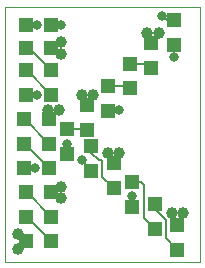
<source format=gtl>
G75*
%MOIN*%
%OFA0B0*%
%FSLAX24Y24*%
%IPPOS*%
%LPD*%
%AMOC8*
5,1,8,0,0,1.08239X$1,22.5*
%
%ADD10C,0.0000*%
%ADD11R,0.0472X0.0472*%
%ADD12C,0.0397*%
%ADD13C,0.0060*%
%ADD14C,0.0317*%
D10*
X002267Y002517D02*
X002267Y011017D01*
X008767Y011017D01*
X008767Y002517D01*
X002267Y002517D01*
D11*
X002978Y003204D03*
X002978Y004017D03*
X002978Y004829D03*
X002916Y005642D03*
X002916Y006454D03*
X002916Y007267D03*
X002978Y008079D03*
X002978Y008892D03*
X002978Y009642D03*
X002978Y010392D03*
X003805Y010392D03*
X003805Y009642D03*
X003805Y008892D03*
X003805Y008079D03*
X003743Y007267D03*
X004329Y006930D03*
X003743Y006454D03*
X004329Y006103D03*
X003743Y005642D03*
X003805Y004829D03*
X003805Y004017D03*
X003805Y003204D03*
X005892Y004978D03*
X006517Y005180D03*
X005892Y005805D03*
X005142Y005541D03*
X005142Y006368D03*
X005017Y006916D03*
X005017Y007743D03*
X005704Y007541D03*
X005704Y008368D03*
X006454Y008291D03*
X007142Y008978D03*
X006454Y009118D03*
X007142Y009805D03*
X007892Y009728D03*
X007892Y010555D03*
X007267Y004430D03*
X006517Y004353D03*
X007267Y003603D03*
X008017Y003743D03*
X008017Y002916D03*
D12*
X008204Y004142D03*
X007829Y004142D03*
X006079Y006142D03*
X005704Y006142D03*
X004142Y005017D03*
X004142Y004642D03*
X002704Y003454D03*
X002704Y002954D03*
X003704Y007579D03*
X004079Y007579D03*
X004829Y008079D03*
X005204Y008079D03*
X004142Y009454D03*
X004142Y009829D03*
X007017Y010142D03*
X007392Y010142D03*
D13*
X007392Y010055D01*
X007142Y009805D01*
X007017Y009930D01*
X007017Y010142D01*
X007517Y010704D02*
X007666Y010555D01*
X007892Y010555D01*
X007892Y009728D02*
X007892Y009329D01*
X007142Y008978D02*
X007002Y009118D01*
X006454Y009118D01*
X006377Y008368D02*
X005704Y008368D01*
X005204Y008079D02*
X005204Y007930D01*
X005017Y007743D01*
X004829Y007930D01*
X004829Y008079D01*
X004079Y007579D02*
X004055Y007579D01*
X003743Y007267D01*
X003704Y007305D01*
X003704Y007579D01*
X003805Y008079D02*
X002993Y008892D01*
X002978Y008892D01*
X002978Y009642D02*
X003055Y009642D01*
X003805Y008892D01*
X003993Y009454D02*
X003805Y009642D01*
X003993Y009829D01*
X004142Y009829D01*
X004142Y009454D02*
X003993Y009454D01*
X004142Y010392D02*
X003805Y010392D01*
X003329Y010392D02*
X002978Y010392D01*
X002978Y008079D02*
X003329Y008079D01*
X002930Y007267D02*
X003743Y006454D01*
X004329Y006454D02*
X004329Y006103D01*
X004829Y005892D02*
X005142Y005579D01*
X005142Y005541D01*
X005517Y005353D02*
X005517Y005892D01*
X005392Y005892D01*
X005142Y006142D01*
X005142Y006368D01*
X005017Y006916D02*
X005002Y006930D01*
X004329Y006930D01*
X003743Y005642D02*
X002930Y006454D01*
X002916Y006454D01*
X002916Y005642D02*
X003267Y005642D01*
X003993Y005017D02*
X003805Y004829D01*
X003993Y004642D01*
X004142Y004642D01*
X004142Y005017D02*
X003993Y005017D01*
X002993Y004829D02*
X003805Y004017D01*
X002993Y004017D02*
X003805Y003204D01*
X002978Y003204D02*
X002728Y002954D01*
X002704Y002954D01*
X002978Y003204D02*
X002728Y003454D01*
X002704Y003454D01*
X002978Y004017D02*
X002993Y004017D01*
X002978Y004829D02*
X002993Y004829D01*
X002930Y007267D02*
X002916Y007267D01*
X005517Y005353D02*
X005892Y004978D01*
X006517Y005180D02*
X006791Y005180D01*
X006892Y005079D01*
X006892Y003978D01*
X007267Y003603D01*
X007642Y003892D02*
X007642Y003291D01*
X008017Y002916D01*
X008017Y003743D02*
X008204Y003930D01*
X008204Y004142D01*
X007829Y004142D02*
X007829Y003930D01*
X008017Y003743D01*
X007642Y003892D02*
X007267Y004267D01*
X007267Y004430D01*
X006517Y004353D02*
X006517Y004704D01*
X005892Y005805D02*
X006079Y005993D01*
X006079Y006142D01*
X005704Y006142D02*
X005704Y005993D01*
X005892Y005805D01*
X005704Y007541D02*
X005743Y007579D01*
X006079Y007579D01*
X006454Y008291D02*
X006377Y008368D01*
D14*
X006079Y007579D03*
X004829Y005892D03*
X004329Y006454D03*
X003267Y005642D03*
X003329Y008079D03*
X003329Y010392D03*
X004142Y010392D03*
X007517Y010704D03*
X007892Y009329D03*
X006517Y004704D03*
M02*

</source>
